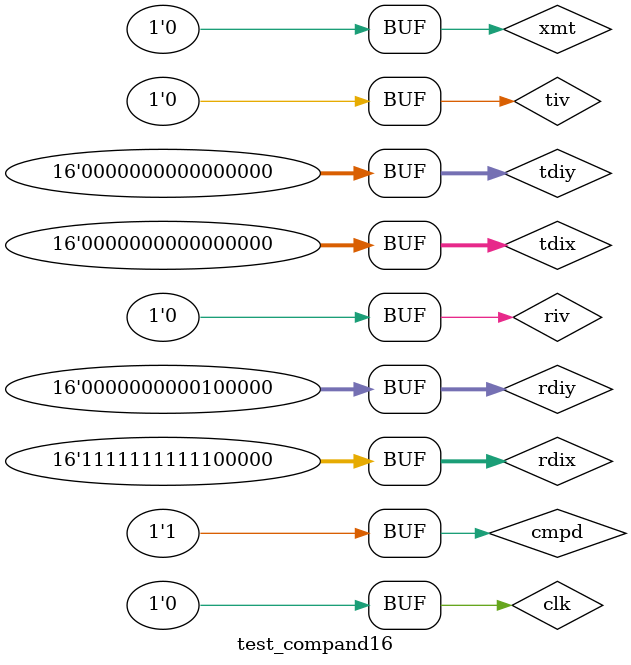
<source format=v>
`timescale 1ns / 1ps
module test_compand16;

	// Inputs
	reg [15:0] tdix,tdiy;
	reg tiv;
	reg [15:0] rdix,rdiy;
	reg riv;
	reg clk;
	reg cmpd;
	reg xmt;

	// Outputs
	wire [15:0] tdox,tdoy;
	wire tov;
	wire [15:0] rdox,rdoy;
	wire rov;
	// Test
	reg [15:0] tx,ty,rx,ry;

	// Instantiate the Unit Under Test (UUT)
	compand16 uut (
		.tdix(tdix), 
		.tdiy(tdiy), 
		.tiv(tiv), 
		.rdix(rdix), 
		.rdiy(rdiy), 
		.riv(riv), 
		.tdox(tdox), 
		.tdoy(tdoy), 
		.tov(tov), 
		.rdox(rdox), 
		.rdoy(rdoy), 
		.rov(rov), 
		.clk(clk), 
		.cmpd(cmpd), 
		.xmt(xmt)
	);
	always @ (posedge clk)
	begin
		if (tov) tx <= tdox;
		if (tov) ty <= tdoy;
		if (rov) rx <= rdox;
		if (rov) ry <= rdoy;
	end

	initial begin
		// Initialize Inputs
		tdix = 0;
		tdiy = 0;
		tiv = 0;
		rdix = 0;
		rdiy = 0;
		riv = 0;
		clk = 0;
		cmpd = 0;
		xmt = 0;

		// Wait 100 ns for global reset to finish
		#100;
		// Idle
		repeat (36)
		begin
			#5 clk = 0; 
			#5 clk = 1;
		end
		// Test Transmitter w/o expansion
		#5 xmt = 1; cmpd = 0;
		#5 clk = 0; tiv = 1; tdix = 3000; tdiy = 4000;
		#5 clk = 1;
		repeat (35)
		begin
			#5 clk = 0; tiv = 0;
			#5 clk = 1;
		end
		#5 clk = 0; tiv = 1; tdix = 32767; tdiy = 32767;
		#5 clk = 1;
		repeat (35)
		begin
			#5 clk = 0; tiv = 0;
			#5 clk = 1;
		end
		// Test Transmitter with expansion
		#5 xmt = 1; cmpd = 1;
		#5 clk = 0; tiv = 1; tdix = 32767; tdiy = -32767;
		#5 clk = 1;
		repeat (35)
		begin
			#5 clk = 0; tiv = 0;
			#5 clk = 1;
		end
		#5 clk = 0; tiv = 1; tdix = 32767; tdiy = 0;
		#5 clk = 1;
		repeat (35)
		begin
			#5 clk = 0; tiv = 0;
			#5 clk = 1;
		end
		#5 clk = 0; tiv = 1; tdix = 16384; tdiy = 16384;
		#5 clk = 1;
		repeat (35)
		begin
			#5 clk = 0; tiv = 0;
			#5 clk = 1;
		end
		#5 clk = 0; tiv = 1; tdix = 0; tdiy = 16384;
		#5 clk = 1;
		repeat (35)
		begin
			#5 clk = 0; tiv = 0;
			#5 clk = 1;
		end
		#5 clk = 0; tiv = 1; tdix = -8192; tdiy = 8192;
		#5 clk = 1;
		repeat (35)
		begin
			#5 clk = 0; tiv = 0;
			#5 clk = 1;
		end
		#5 clk = 0; tiv = 1; tdix = -8192; tdiy = 0;
		#5 clk = 1;
		repeat (35)
		begin
			#5 clk = 0; tiv = 0;
			#5 clk = 1;
		end
		#5 clk = 0; tiv = 1; tdix = -4096; tdiy = -4096;
		#5 clk = 1;
		repeat (35)
		begin
			#5 clk = 0; tiv = 0;
			#5 clk = 1;
		end
		#5 clk = 0; tiv = 1; tdix = 0; tdiy = -4096;
		#5 clk = 1;
		repeat (35)
		begin
			#5 clk = 0; tiv = 0;
			#5 clk = 1;
		end
		#5 clk = 0; tiv = 1; tdix = 2048; tdiy = -2048;
		#5 clk = 1;
		repeat (35)
		begin
			#5 clk = 0; tiv = 0;
			#5 clk = 1;
		end
		#5 clk = 0; tiv = 1; tdix = 2048; tdiy = 0;
		#5 clk = 1;
		repeat (35)
		begin
			#5 clk = 0; tiv = 0;
			#5 clk = 1;
		end
		#5 clk = 0; tiv = 1; tdix = 1024; tdiy = 1024;
		#5 clk = 1;
		repeat (35)
		begin
			#5 clk = 0; tiv = 0;
			#5 clk = 1;
		end
		#5 clk = 0; tiv = 1; tdix = 0; tdiy = 1024;
		#5 clk = 1;
		repeat (35)
		begin
			#5 clk = 0; tiv = 0;
			#5 clk = 1;
		end
		#5 clk = 0; tiv = 1; tdix = -512; tdiy = 512;
		#5 clk = 1;
		repeat (35)
		begin
			#5 clk = 0; tiv = 0;
			#5 clk = 1;
		end
		#5 clk = 0; tiv = 1; tdix = -512; tdiy = 0;
		#5 clk = 1;
		repeat (35)
		begin
			#5 clk = 0; tiv = 0;
			#5 clk = 1;
		end
		#5 clk = 0; tiv = 1; tdix = -256; tdiy = -256;
		#5 clk = 1;
		repeat (35)
		begin
			#5 clk = 0; tiv = 0;
			#5 clk = 1;
		end
		#5 clk = 0; tiv = 1; tdix = 0; tdiy = -256;
		#5 clk = 1;
		repeat (35)
		begin
			#5 clk = 0; tiv = 0;
			#5 clk = 1;
		end
		#5 clk = 0; tiv = 1; tdix = 128; tdiy = -128;
		#5 clk = 1;
		repeat (35)
		begin
			#5 clk = 0; tiv = 0;
			#5 clk = 1;
		end
		#5 clk = 0; tiv = 1; tdix = 128; tdiy = 0;
		#5 clk = 1;
		repeat (35)
		begin
			#5 clk = 0; tiv = 0;
			#5 clk = 1;
		end
		#5 clk = 0; tiv = 1; tdix = 64; tdiy = 64;
		#5 clk = 1;
		repeat (35)
		begin
			#5 clk = 0; tiv = 0;
			#5 clk = 1;
		end
		#5 clk = 0; tiv = 1; tdix = 0; tdiy = 64;
		#5 clk = 1;
		repeat (35)
		begin
			#5 clk = 0; tiv = 0;
			#5 clk = 1;
		end
		#5 clk = 0; tiv = 1; tdix = -32; tdiy = 32;
		#5 clk = 1;
		repeat (35)
		begin
			#5 clk = 0; tiv = 0;
			#5 clk = 1;
		end
		#5 clk = 0; tiv = 1; tdix = -32; tdiy = 0;
		#5 clk = 1;
		repeat (35)
		begin
			#5 clk = 0; tiv = 0;
			#5 clk = 1;
		end
		#5 clk = 0; tiv = 1; tdix = -16; tdiy = -16;
		#5 clk = 1;
		repeat (35)
		begin
			#5 clk = 0; tiv = 0;
			#5 clk = 1;
		end
		#5 clk = 0; tiv = 1; tdix = 0; tdiy = -16;
		#5 clk = 1;
		repeat (35)
		begin
			#5 clk = 0; tiv = 0;
			#5 clk = 1;
		end
		#5 clk = 0; tiv = 1; tdix = 8; tdiy = -8;
		#5 clk = 1;
		repeat (35)
		begin
			#5 clk = 0; tiv = 0;
			#5 clk = 1;
		end
		#5 clk = 0; tiv = 1; tdix = 8; tdiy = 0;
		#5 clk = 1;
		repeat (35)
		begin
			#5 clk = 0; tiv = 0;
			#5 clk = 1;
		end
		#5 clk = 0; tiv = 1; tdix = 4; tdiy = 4;
		#5 clk = 1;
		repeat (35)
		begin
			#5 clk = 0; tiv = 0;
			#5 clk = 1;
		end
		#5 clk = 0; tiv = 1; tdix = 0; tdiy = 4;
		#5 clk = 1;
		repeat (35)
		begin
			#5 clk = 0; tiv = 0;
			#5 clk = 1;
		end
		#5 clk = 0; tiv = 1; tdix = -2; tdiy = 2;
		#5 clk = 1;
		repeat (35)
		begin
			#5 clk = 0; tiv = 0;
			#5 clk = 1;
		end
		#5 clk = 0; tiv = 1; tdix = -2; tdiy = 0;
		#5 clk = 1;
		repeat (35)
		begin
			#5 clk = 0; tiv = 0;
			#5 clk = 1;
		end
		#5 clk = 0; tiv = 1; tdix = -1; tdiy = -1;
		#5 clk = 1;
		repeat (35)
		begin
			#5 clk = 0; tiv = 0;
			#5 clk = 1;
		end
		#5 clk = 0; tiv = 1; tdix = 0; tdiy = -1;
		#5 clk = 1;
		repeat (35)
		begin
			#5 clk = 0; tiv = 0;
			#5 clk = 1;
		end
		#5 clk = 0; tiv = 1; tdix = 0; tdiy = 0;
		#5 clk = 1;
		repeat (35)
		begin
			#5 clk = 0; tiv = 0;
			#5 clk = 1;
		end
		// Idle
		repeat (72)
		begin
			#5 clk = 0; 
			#5 clk = 1;
		end
		// Test Receiver w/o expansion
		#5 xmt = 0; cmpd = 0;
		#5 clk = 0; riv = 1; rdix = 3000; rdiy = 4000;
		#5 clk = 1;
		repeat (35)
		begin
			#5 clk = 0; riv = 0;
			#5 clk = 1;
		end
		#5 clk = 0; riv = 1; rdix = 32767; rdiy = 32767;
		#5 clk = 1;
		repeat (35)
		begin
			#5 clk = 0; riv = 0;
			#5 clk = 1;
		end
		// Test Receiver with expansion
		#5 xmt = 0; cmpd = 1;
		#5 clk = 0; riv = 1; rdix = 32767; rdiy = -32767;
		#5 clk = 1;
		repeat (35)
		begin
			#5 clk = 0; riv = 0;
			#5 clk = 1;
		end
		#5 clk = 0; riv = 1; rdix = 32767; rdiy = 0;
		#5 clk = 1;
		repeat (35)
		begin
			#5 clk = 0; riv = 0;
			#5 clk = 1;
		end
		#5 clk = 0; riv = 1; rdix = 16384; rdiy = 16384;
		#5 clk = 1;
		repeat (35)
		begin
			#5 clk = 0; riv = 0;
			#5 clk = 1;
		end
		#5 clk = 0; riv = 1; rdix = 0; rdiy = 16384;
		#5 clk = 1;
		repeat (35)
		begin
			#5 clk = 0; riv = 0;
			#5 clk = 1;
		end
		#5 clk = 0; riv = 1; rdix = -8192; rdiy = 8192;
		#5 clk = 1;
		repeat (35)
		begin
			#5 clk = 0; riv = 0;
			#5 clk = 1;
		end
		#5 clk = 0; riv = 1; rdix = -8192; rdiy = 0;
		#5 clk = 1;
		repeat (35)
		begin
			#5 clk = 0; riv = 0;
			#5 clk = 1;
		end
		#5 clk = 0; riv = 1; rdix = -4096; rdiy = -4096;
		#5 clk = 1;
		repeat (35)
		begin
			#5 clk = 0; riv = 0;
			#5 clk = 1;
		end
		#5 clk = 0; riv = 1; rdix = 0; rdiy = -4096;
		#5 clk = 1;
		repeat (35)
		begin
			#5 clk = 0; riv = 0;
			#5 clk = 1;
		end
		#5 clk = 0; riv = 1; rdix = 2048; rdiy = -2048;
		#5 clk = 1;
		repeat (35)
		begin
			#5 clk = 0; riv = 0;
			#5 clk = 1;
		end
		#5 clk = 0; riv = 1; rdix = 2048; rdiy = 0;
		#5 clk = 1;
		repeat (35)
		begin
			#5 clk = 0; riv = 0;
			#5 clk = 1;
		end
		#5 clk = 0; riv = 1; rdix = 1024; rdiy = 1024;
		#5 clk = 1;
		repeat (35)
		begin
			#5 clk = 0; riv = 0;
			#5 clk = 1;
		end
		#5 clk = 0; riv = 1; rdix = 0; rdiy = 1024;
		#5 clk = 1;
		repeat (35)
		begin
			#5 clk = 0; riv = 0;
			#5 clk = 1;
		end
		#5 clk = 0; riv = 1; rdix = -512; rdiy = 512;
		#5 clk = 1;
		repeat (35)
		begin
			#5 clk = 0; riv = 0;
			#5 clk = 1;
		end
		#5 clk = 0; riv = 1; rdix = -512; rdiy = 0;
		#5 clk = 1;
		repeat (35)
		begin
			#5 clk = 0; riv = 0;
			#5 clk = 1;
		end
		#5 clk = 0; riv = 1; rdix = -256; rdiy = -256;
		#5 clk = 1;
		repeat (35)
		begin
			#5 clk = 0; riv = 0;
			#5 clk = 1;
		end
		#5 clk = 0; riv = 1; rdix = 0; rdiy = -256;
		#5 clk = 1;
		repeat (35)
		begin
			#5 clk = 0; riv = 0;
			#5 clk = 1;
		end
		#5 clk = 0; riv = 1; rdix = 128; rdiy = -128;
		#5 clk = 1;
		repeat (35)
		begin
			#5 clk = 0; riv = 0;
			#5 clk = 1;
		end
		#5 clk = 0; riv = 1; rdix = 128; rdiy = 0;
		#5 clk = 1;
		repeat (35)
		begin
			#5 clk = 0; riv = 0;
			#5 clk = 1;
		end
		#5 clk = 0; riv = 1; rdix = 64; rdiy = 64;
		#5 clk = 1;
		repeat (35)
		begin
			#5 clk = 0; riv = 0;
			#5 clk = 1;
		end
		#5 clk = 0; riv = 1; rdix = 0; rdiy = 64;
		#5 clk = 1;
		repeat (35)
		begin
			#5 clk = 0; riv = 0;
			#5 clk = 1;
		end
		#5 clk = 0; riv = 1; rdix = -32; rdiy = 32;
		#5 clk = 1;
		repeat (35)
		begin
			#5 clk = 0; riv = 0;
			#5 clk = 1;
		end
		#5 clk = 0; 
	end
      
endmodule


</source>
